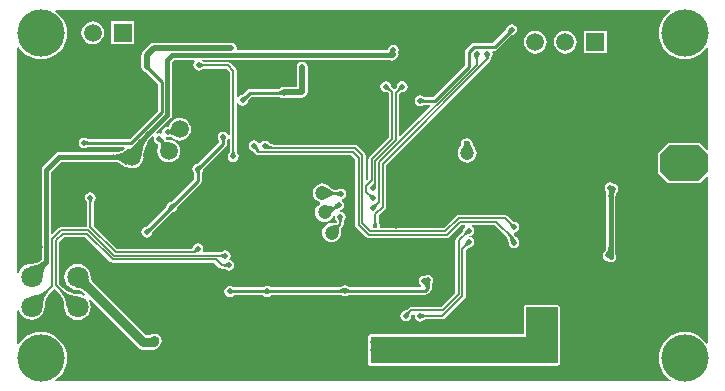
<source format=gbl>
%FSLAX25Y25*%
%MOIN*%
G70*
G01*
G75*
G04 Layer_Physical_Order=2*
G04 Layer_Color=16711680*
%ADD10C,0.02000*%
%ADD11C,0.01500*%
%ADD12C,0.00600*%
%ADD13C,0.01000*%
%ADD14C,0.03000*%
%ADD15C,0.00800*%
%ADD16C,0.02500*%
%ADD17R,0.02362X0.02756*%
%ADD18O,0.05906X0.01575*%
%ADD19R,0.06299X0.10630*%
%ADD20R,0.05512X0.08661*%
%ADD21R,0.05512X0.03543*%
%ADD22R,0.04331X0.05118*%
%ADD23C,0.05906*%
%ADD24R,0.03937X0.12205*%
%ADD25R,0.03937X0.03937*%
%ADD26R,0.05118X0.03150*%
%ADD27R,0.11024X0.08268*%
%ADD28R,0.03543X0.03740*%
%ADD29R,0.03543X0.03740*%
%ADD30O,0.05906X0.00984*%
%ADD31O,0.00984X0.05906*%
%ADD32R,0.03937X0.01378*%
%ADD33O,0.00984X0.02756*%
%ADD34O,0.02756X0.00984*%
%ADD35R,0.10236X0.10630*%
%ADD36R,0.02362X0.03150*%
%ADD37R,0.03150X0.03150*%
%ADD38R,0.03150X0.02362*%
%ADD39R,0.04331X0.03937*%
%ADD40R,0.03150X0.05118*%
%ADD41R,0.08268X0.11024*%
%ADD42R,0.02756X0.02362*%
%ADD43R,0.03500X0.02800*%
%ADD44R,0.02800X0.03500*%
%ADD45R,0.05512X0.06693*%
%ADD46C,0.04724*%
%ADD47R,0.03740X0.03543*%
%ADD48R,0.03740X0.03543*%
%ADD49R,0.07087X0.06299*%
%ADD50R,0.17500X0.26100*%
%ADD51R,0.08900X0.23700*%
%ADD52R,0.37800X0.08900*%
%ADD53R,0.18600X0.12500*%
%ADD54R,0.05300X0.15000*%
%ADD55R,0.08700X0.14600*%
%ADD56R,0.18300X0.06800*%
%ADD57R,0.03100X0.10500*%
%ADD58R,0.27600X0.08000*%
%ADD59R,0.20600X0.13700*%
%ADD60R,0.06700X0.23500*%
%ADD61R,0.10900X0.06800*%
%ADD62R,0.07900X0.07000*%
%ADD63R,0.14900X0.03900*%
%ADD64R,0.05900X0.18900*%
%ADD65R,0.06800X0.03800*%
%ADD66R,0.08500X0.03500*%
%ADD67C,0.07087*%
%ADD68C,0.15748*%
%ADD69R,0.05906X0.05906*%
%ADD70R,0.05906X0.05906*%
%ADD71C,0.01969*%
%ADD72C,0.01575*%
%ADD73C,0.02559*%
%ADD74C,0.02362*%
G04:AMPARAMS|DCode=75|XSize=157.48mil|YSize=118.11mil|CornerRadius=0mil|HoleSize=0mil|Usage=FLASHONLY|Rotation=0.000|XOffset=0mil|YOffset=0mil|HoleType=Round|Shape=Octagon|*
%AMOCTAGOND75*
4,1,8,0.07874,-0.02953,0.07874,0.02953,0.04921,0.05906,-0.04921,0.05906,-0.07874,0.02953,-0.07874,-0.02953,-0.04921,-0.05906,0.04921,-0.05906,0.07874,-0.02953,0.0*
%
%ADD75OCTAGOND75*%

%ADD76O,0.15748X0.11811*%
%ADD77R,0.62400X0.08800*%
%ADD78R,0.10500X0.18500*%
G36*
X198182Y122460D02*
X198158Y122447D01*
X196837Y121363D01*
X195753Y120042D01*
X194948Y118535D01*
X194451Y116900D01*
X194284Y115200D01*
X194451Y113500D01*
X194948Y111864D01*
X195753Y110358D01*
X196837Y109037D01*
X198158Y107953D01*
X199664Y107148D01*
X201300Y106651D01*
X203000Y106484D01*
X204700Y106651D01*
X206335Y107148D01*
X207842Y107953D01*
X209163Y109037D01*
X210247Y110358D01*
X210256Y110373D01*
X210741Y110252D01*
Y76539D01*
X210279Y76348D01*
X208021Y78606D01*
X197379D01*
X194026Y75253D01*
Y68547D01*
X197379Y65194D01*
X208021D01*
X210279Y67452D01*
X210741Y67260D01*
Y11848D01*
X210256Y11727D01*
X210247Y11742D01*
X209163Y13063D01*
X207842Y14147D01*
X206335Y14953D01*
X204700Y15449D01*
X203000Y15616D01*
X201300Y15449D01*
X199664Y14953D01*
X198158Y14147D01*
X196837Y13063D01*
X195753Y11742D01*
X194948Y10236D01*
X194451Y8600D01*
X194284Y6900D01*
X194451Y5200D01*
X194948Y3565D01*
X195753Y2058D01*
X196837Y737D01*
X198158Y-347D01*
X198281Y-413D01*
X198159Y-898D01*
X-6759D01*
X-6881Y-413D01*
X-6758Y-347D01*
X-5437Y737D01*
X-4353Y2058D01*
X-3548Y3565D01*
X-3052Y5200D01*
X-2884Y6900D01*
X-3052Y8600D01*
X-3548Y10236D01*
X-4353Y11742D01*
X-5437Y13063D01*
X-6758Y14147D01*
X-8264Y14953D01*
X-9900Y15449D01*
X-11600Y15616D01*
X-13300Y15449D01*
X-14935Y14953D01*
X-16442Y14147D01*
X-17763Y13063D01*
X-18847Y11742D01*
X-18917Y11612D01*
X-19402Y11733D01*
Y22720D01*
X-18912Y22818D01*
X-18494Y21810D01*
X-17798Y20902D01*
X-16890Y20206D01*
X-15834Y19769D01*
X-14700Y19619D01*
X-13566Y19769D01*
X-12510Y20206D01*
X-11602Y20902D01*
X-10906Y21810D01*
X-10469Y22866D01*
X-10319Y24000D01*
X-10330Y24086D01*
X-10210Y25310D01*
X-9828Y26569D01*
X-9208Y27729D01*
X-8456Y28646D01*
X-8355Y28728D01*
X-8370Y28744D01*
X-8370Y28744D01*
X-7350Y29764D01*
X-6850D01*
X-5730Y28644D01*
X-5745Y28628D01*
X-5745Y28628D01*
X-5644Y28546D01*
X-4892Y27629D01*
X-4272Y26469D01*
X-3890Y25210D01*
X-3769Y23986D01*
X-3781Y23900D01*
X-3632Y22766D01*
X-3194Y21710D01*
X-2498Y20802D01*
X-1590Y20106D01*
X-534Y19669D01*
X600Y19519D01*
X1734Y19669D01*
X2790Y20106D01*
X3698Y20802D01*
X4394Y21710D01*
X4831Y22766D01*
X4981Y23900D01*
X4831Y25034D01*
X4394Y26090D01*
X4790Y26394D01*
X20742Y10442D01*
X20742Y10442D01*
X21250Y10102D01*
X21503Y9933D01*
X22400Y9755D01*
X22400Y9755D01*
X26000D01*
X26897Y9933D01*
X27658Y10442D01*
X28167Y11203D01*
X28192Y11330D01*
X28531Y11838D01*
X28710Y12735D01*
X28531Y13633D01*
X28023Y14393D01*
X27262Y14902D01*
X26365Y15080D01*
X25467Y14902D01*
X24785Y14446D01*
X24783Y14445D01*
X23371D01*
X5746Y32070D01*
D01*
X5746Y32070D01*
X5746Y32070D01*
X5653Y32163D01*
X5320Y32597D01*
X5060Y33226D01*
X4976Y33863D01*
X4981Y33900D01*
X4988D01*
X4966Y34013D01*
X4831Y35034D01*
X4394Y36090D01*
X3698Y36998D01*
X2790Y37694D01*
X1734Y38131D01*
X600Y38281D01*
X-534Y38131D01*
X-1590Y37694D01*
X-2498Y36998D01*
X-3194Y36090D01*
X-3632Y35034D01*
X-3781Y33900D01*
X-3632Y32766D01*
X-3194Y31710D01*
X-2498Y30802D01*
X-1590Y30106D01*
X-534Y29669D01*
X487Y29534D01*
X600Y29512D01*
Y29519D01*
X637Y29524D01*
X1274Y29440D01*
X1903Y29180D01*
X2337Y28847D01*
X2430Y28754D01*
D01*
X2430Y28754D01*
X2430D01*
X2430Y28754D01*
X2430D01*
Y28754D01*
X2430Y28754D01*
Y28754D01*
D01*
D01*
X2430D01*
Y28754D01*
X3094Y28090D01*
X2790Y27694D01*
X1734Y28131D01*
X600Y28281D01*
X514Y28269D01*
X-709Y28390D01*
X-1969Y28772D01*
X-3129Y29392D01*
X-4046Y30144D01*
X-4128Y30245D01*
X-4128Y30245D01*
X-4144Y30230D01*
X-5579Y31665D01*
Y45635D01*
X-3935Y47278D01*
X3235D01*
X11507Y39007D01*
X11507Y39007D01*
X11871Y38764D01*
X11871Y38764D01*
X11871Y38764D01*
D01*
X11871Y38764D01*
X11871Y38764D01*
X12300Y38678D01*
X12300Y38678D01*
X46135D01*
X47807Y37007D01*
X47807Y37007D01*
X48171Y36764D01*
X48171Y36764D01*
X48171Y36764D01*
D01*
X48171Y36764D01*
X48171Y36764D01*
X48600Y36678D01*
X48600Y36678D01*
X49448D01*
Y36676D01*
X49465Y36678D01*
X49479D01*
X49789Y36550D01*
X49814Y36514D01*
X50404Y36119D01*
X51100Y35981D01*
X51796Y36119D01*
X52386Y36514D01*
X52781Y37104D01*
X52919Y37800D01*
X52781Y38496D01*
X52386Y39086D01*
X51796Y39481D01*
X51100Y39619D01*
X51186Y39714D01*
X51186Y39714D01*
X51581Y40304D01*
X51719Y41000D01*
X51581Y41696D01*
X51186Y42286D01*
X50596Y42681D01*
X49900Y42819D01*
X49204Y42681D01*
X48614Y42286D01*
X48589Y42250D01*
X48279Y42122D01*
X48265D01*
X48248Y42124D01*
Y42122D01*
X42589D01*
X42353Y42562D01*
X42381Y42604D01*
X42519Y43300D01*
X42381Y43996D01*
X41986Y44586D01*
X41396Y44981D01*
X40700Y45119D01*
X40004Y44981D01*
X39414Y44586D01*
X39019Y43996D01*
X38885Y43322D01*
X13759D01*
X6022Y51059D01*
Y58748D01*
X6024D01*
X6022Y58765D01*
Y58779D01*
X6150Y59089D01*
X6186Y59114D01*
X6581Y59704D01*
X6719Y60400D01*
X6581Y61096D01*
X6186Y61686D01*
X5596Y62081D01*
X4900Y62219D01*
X4204Y62081D01*
X3614Y61686D01*
X3219Y61096D01*
X3081Y60400D01*
X3219Y59704D01*
X3614Y59114D01*
X3650Y59089D01*
X3779Y58779D01*
Y58765D01*
X3776Y58748D01*
X3779D01*
Y50722D01*
X-4897D01*
X-5326Y50636D01*
X-5690Y50393D01*
X-5690Y50393D01*
X-7758Y48325D01*
X-8220Y48517D01*
Y69045D01*
X-4859Y72406D01*
X12642D01*
X13648Y72274D01*
X14714Y71832D01*
X15575Y71172D01*
X15614Y71114D01*
X16204Y70719D01*
X16900Y70581D01*
X17128Y70626D01*
X17842Y70331D01*
X18822Y70201D01*
X19802Y70331D01*
X20715Y70709D01*
X21498Y71310D01*
X22100Y72094D01*
X22478Y73007D01*
X22607Y73987D01*
X22591Y74107D01*
X22760Y75821D01*
X23295Y77584D01*
X24164Y79210D01*
X25167Y80432D01*
X25707Y80972D01*
X26119Y80696D01*
X25981Y80000D01*
X26119Y79304D01*
X26514Y78714D01*
X27104Y78319D01*
X27295Y78281D01*
D01*
D01*
D01*
D01*
X27326Y78230D01*
Y78230D01*
Y78230D01*
Y78230D01*
X27326Y78230D01*
X27424Y78154D01*
D01*
X27424Y78154D01*
D01*
X27455Y78140D01*
X27543Y77698D01*
X27417Y77065D01*
X27417Y77065D01*
X27417Y77065D01*
X27431Y77035D01*
X27357Y76858D01*
X27228Y75878D01*
X27357Y74898D01*
X27735Y73985D01*
X28337Y73202D01*
X29121Y72600D01*
X30034Y72222D01*
X31013Y72093D01*
X31993Y72222D01*
X32906Y72600D01*
X33690Y73202D01*
X34291Y73985D01*
X34670Y74898D01*
X34798Y75878D01*
X34670Y76858D01*
X34291Y77771D01*
X33690Y78554D01*
X32906Y79156D01*
X31993Y79534D01*
X31013Y79663D01*
X30991Y79660D01*
X30303Y79751D01*
X30147Y79815D01*
X30123Y79851D01*
X29860Y80028D01*
X29883Y80067D01*
X29871Y80076D01*
X29974Y80325D01*
X30239Y80502D01*
X30600Y80430D01*
X31296Y80569D01*
X31457Y80677D01*
X31516Y80663D01*
X31516Y80663D01*
X31516Y80663D01*
X31638Y80713D01*
X31667Y80701D01*
X31906Y80541D01*
X31937Y80502D01*
X32721Y79900D01*
X33634Y79522D01*
X34613Y79393D01*
X35593Y79522D01*
X36506Y79900D01*
X37290Y80502D01*
X37891Y81285D01*
X38269Y82198D01*
X38399Y83178D01*
X38269Y84158D01*
X37891Y85071D01*
X37290Y85854D01*
X36506Y86456D01*
X35593Y86834D01*
X34613Y86963D01*
X33634Y86834D01*
X32721Y86456D01*
X31937Y85854D01*
X31335Y85071D01*
X30957Y84158D01*
X30783Y84032D01*
X30600Y84069D01*
X29904Y83930D01*
X29314Y83536D01*
X28919Y82946D01*
X28781Y82250D01*
X28803Y82139D01*
X28562Y81779D01*
X28469Y81686D01*
X27800Y81819D01*
X27104Y81681D01*
X26828Y82093D01*
X31618Y86883D01*
X31960Y87395D01*
X32080Y88000D01*
Y105595D01*
X32755Y106270D01*
X39576D01*
X39721Y105791D01*
X39714Y105786D01*
X39319Y105196D01*
X39181Y104500D01*
X39319Y103804D01*
X39714Y103214D01*
X40304Y102819D01*
X41000Y102681D01*
X41696Y102819D01*
X42286Y103214D01*
X42311Y103250D01*
X42621Y103378D01*
X42635D01*
X42652Y103376D01*
Y103378D01*
X50235D01*
X51378Y102235D01*
Y81345D01*
X50881Y81296D01*
X50486Y81886D01*
X49896Y82281D01*
X49200Y82419D01*
X48504Y82281D01*
X47914Y81886D01*
X47519Y81296D01*
X47381Y80600D01*
X47519Y79904D01*
X47835Y79431D01*
X47835Y79431D01*
X47835D01*
X47875Y79336D01*
Y78949D01*
X40657Y71731D01*
X40562Y71692D01*
X40562Y71692D01*
X40562Y71692D01*
X40004Y71581D01*
X39414Y71186D01*
X39019Y70596D01*
X38881Y69900D01*
X39019Y69204D01*
X39335Y68731D01*
X39335Y68731D01*
X39335D01*
X39375Y68636D01*
Y66449D01*
X31981Y59056D01*
X31900Y59022D01*
X31900Y59022D01*
X31898Y59016D01*
X31290Y58895D01*
X30699Y58501D01*
X30305Y57910D01*
X30184Y57302D01*
X30178Y57300D01*
X30178Y57300D01*
X30144Y57219D01*
X23657Y50731D01*
X23562Y50692D01*
X23562Y50692D01*
X23562Y50692D01*
X23004Y50581D01*
X22414Y50186D01*
X22019Y49596D01*
X21881Y48900D01*
X22019Y48204D01*
X22414Y47614D01*
X23004Y47219D01*
X23700Y47081D01*
X24396Y47219D01*
X24986Y47614D01*
X25381Y48204D01*
X25492Y48761D01*
X25492Y48761D01*
X25492Y48761D01*
X25531Y48857D01*
X32068Y55393D01*
X32080Y55398D01*
X32093Y55385D01*
X32111Y55411D01*
X32151Y55428D01*
X32682Y55533D01*
X33272Y55928D01*
X33667Y56518D01*
X33772Y57049D01*
X33789Y57089D01*
X33815Y57107D01*
X33802Y57120D01*
X33806Y57132D01*
X41637Y64963D01*
X41925Y65393D01*
X42026Y65900D01*
Y68636D01*
X42065Y68731D01*
X42065Y68731D01*
X42065Y68731D01*
X42065Y68731D01*
X42381Y69204D01*
X42492Y69762D01*
X42492Y69762D01*
X42492Y69762D01*
X42531Y69857D01*
X50137Y77463D01*
X50425Y77893D01*
X50525Y78400D01*
Y79336D01*
X50565Y79431D01*
X50565Y79431D01*
X50565Y79431D01*
X50565Y79431D01*
X50881Y79904D01*
X51378Y79855D01*
Y75752D01*
X51376D01*
X51378Y75735D01*
Y75721D01*
X51250Y75411D01*
X51214Y75386D01*
X50819Y74796D01*
X50681Y74100D01*
X50819Y73404D01*
X51214Y72814D01*
X51804Y72419D01*
X52500Y72281D01*
X53196Y72419D01*
X53786Y72814D01*
X54181Y73404D01*
X54319Y74100D01*
X54181Y74796D01*
X53786Y75386D01*
X53750Y75411D01*
X53622Y75721D01*
Y75735D01*
X53624Y75752D01*
X53622D01*
Y91788D01*
X54100Y91933D01*
X54314Y91614D01*
X54904Y91219D01*
X55600Y91081D01*
X56296Y91219D01*
X56886Y91614D01*
X57281Y92204D01*
X57392Y92761D01*
X57392Y92761D01*
X57392Y92761D01*
X57431Y92857D01*
X58649Y94074D01*
X68036D01*
X68057Y94066D01*
X68598Y93704D01*
X69300Y93565D01*
X69803Y93665D01*
X75500D01*
X76202Y93804D01*
X76798Y94202D01*
X77196Y94798D01*
X77335Y95500D01*
Y103900D01*
X77196Y104602D01*
X76798Y105198D01*
X76202Y105596D01*
X75500Y105735D01*
X74798Y105596D01*
X74202Y105198D01*
X73804Y104602D01*
X73665Y103900D01*
Y97335D01*
X69400D01*
X68814Y97219D01*
X68698Y97196D01*
X68102Y96798D01*
X68030Y96725D01*
X58100D01*
X57593Y96625D01*
X57163Y96337D01*
X55557Y94731D01*
X55462Y94692D01*
X55462Y94692D01*
X55462Y94692D01*
X54904Y94581D01*
X54314Y94186D01*
X54100Y93867D01*
X53622Y94012D01*
Y102700D01*
X53536Y103129D01*
X53293Y103493D01*
X53293Y103493D01*
X51493Y105293D01*
X51129Y105536D01*
X50700Y105622D01*
X50700Y105622D01*
X42652D01*
Y105624D01*
X42635Y105622D01*
X42621D01*
X42311Y105750D01*
X42286Y105786D01*
X41780Y106124D01*
X41780Y106124D01*
X41780D01*
X41696Y106181D01*
Y106181D01*
X41705Y106270D01*
X104148D01*
Y106269D01*
X104157Y106270D01*
X104504D01*
X104654Y106169D01*
X105350Y106031D01*
X106046Y106169D01*
X106636Y106564D01*
X106817Y106833D01*
X107086Y107014D01*
X107481Y107604D01*
X107619Y108300D01*
X107533Y108733D01*
X107581Y108804D01*
X107719Y109500D01*
X107581Y110196D01*
X107186Y110786D01*
X106596Y111181D01*
X105900Y111319D01*
X105204Y111181D01*
X104614Y110786D01*
X104219Y110196D01*
X104081Y109500D01*
X104024Y109430D01*
X53976D01*
X53659Y109817D01*
X53735Y110200D01*
X53596Y110902D01*
X53198Y111498D01*
X52602Y111896D01*
X51900Y112035D01*
X26100D01*
X25514Y111919D01*
X25398Y111896D01*
X24802Y111498D01*
X22402Y109098D01*
X22004Y108502D01*
X21981Y108386D01*
X21865Y107800D01*
Y103900D01*
X22004Y103198D01*
X22402Y102602D01*
X22998Y102204D01*
X23636Y102078D01*
X23657Y102069D01*
X27325Y98401D01*
Y89315D01*
X17935Y79926D01*
X4064D01*
X3969Y79965D01*
X3969Y79965D01*
X3969Y79965D01*
X3496Y80281D01*
X2800Y80419D01*
X2104Y80281D01*
X1514Y79886D01*
X1119Y79296D01*
X981Y78600D01*
X1119Y77904D01*
X1514Y77314D01*
X2104Y76919D01*
X2800Y76781D01*
X3496Y76919D01*
X3969Y77235D01*
X3969Y77235D01*
Y77235D01*
X4064Y77275D01*
X16165D01*
X16325Y76801D01*
X16146Y76663D01*
X16112Y76619D01*
X15379Y76057D01*
X15318Y76032D01*
X14895Y75976D01*
Y75976D01*
X14882Y75954D01*
X14689Y75916D01*
X14307Y75660D01*
X13599Y75567D01*
X13533D01*
X13504Y75570D01*
Y75567D01*
X12566D01*
X12504Y75573D01*
Y75567D01*
X-5513D01*
X-6118Y75447D01*
X-6631Y75104D01*
X-10917Y70818D01*
X-11260Y70305D01*
X-11380Y69700D01*
Y39601D01*
X-12106Y39044D01*
X-13357Y38526D01*
X-14579Y38365D01*
X-14700Y38381D01*
X-15834Y38232D01*
X-16890Y37794D01*
X-17798Y37098D01*
X-18494Y36190D01*
X-18912Y35182D01*
X-19402Y35280D01*
Y110367D01*
X-18917Y110488D01*
X-18847Y110358D01*
X-17763Y109037D01*
X-16442Y107953D01*
X-14935Y107148D01*
X-13300Y106651D01*
X-11600Y106484D01*
X-9900Y106651D01*
X-8264Y107148D01*
X-6758Y107953D01*
X-5437Y109037D01*
X-4353Y110358D01*
X-3548Y111864D01*
X-3052Y113500D01*
X-2884Y115200D01*
X-3052Y116900D01*
X-3548Y118535D01*
X-4353Y120042D01*
X-5437Y121363D01*
X-6758Y122447D01*
X-6782Y122460D01*
X-6661Y122945D01*
X198061D01*
X198182Y122460D01*
D02*
G37*
%LPC*%
G36*
X178200Y65519D02*
X177504Y65381D01*
X176914Y64986D01*
X176519Y64396D01*
X176381Y63700D01*
X176519Y63004D01*
X176720Y62704D01*
Y61009D01*
X176711Y60944D01*
X176720D01*
Y43529D01*
X176602Y42935D01*
X176252Y42412D01*
X176214Y42386D01*
X175819Y41796D01*
X175681Y41100D01*
X175819Y40404D01*
X176214Y39814D01*
X176804Y39419D01*
X176993Y39382D01*
X177014Y39351D01*
X177604Y38956D01*
X178300Y38818D01*
X178996Y38956D01*
X179586Y39351D01*
X179981Y39941D01*
X180119Y40637D01*
X179981Y41333D01*
X179880Y41483D01*
Y43510D01*
X179892Y43597D01*
X179880D01*
Y60979D01*
X179940Y61280D01*
X179985Y61347D01*
X180004Y61337D01*
X180194Y61796D01*
X180262Y61897D01*
X180286Y61914D01*
X180681Y62504D01*
X180819Y63200D01*
X180681Y63896D01*
X180286Y64486D01*
X179696Y64881D01*
X179536Y64913D01*
X179486Y64986D01*
X178896Y65381D01*
X178200Y65519D01*
D02*
G37*
G36*
X130300Y80220D02*
X129527Y80066D01*
X128872Y79628D01*
X128434Y78973D01*
X128280Y78200D01*
X128400Y77595D01*
X128361Y77570D01*
X128328Y77519D01*
X128245Y77455D01*
X127738Y76795D01*
X127419Y76025D01*
X127311Y75200D01*
X127419Y74375D01*
X127738Y73605D01*
X128245Y72945D01*
X128905Y72438D01*
X129674Y72119D01*
X130500Y72010D01*
X131325Y72119D01*
X132095Y72438D01*
X132755Y72945D01*
X133262Y73605D01*
X133581Y74375D01*
X133689Y75200D01*
X133581Y76025D01*
X133262Y76795D01*
X132755Y77455D01*
X132672Y77519D01*
X132639Y77570D01*
X132481Y77675D01*
X132474Y77717D01*
Y77717D01*
X132431Y77735D01*
X132335Y77967D01*
Y78000D01*
X132308Y78139D01*
X132320Y78200D01*
X132166Y78973D01*
X131728Y79628D01*
X131073Y80066D01*
X130300Y80220D01*
D02*
G37*
G36*
X160600Y24516D02*
X150100D01*
X149788Y24454D01*
X149523Y24277D01*
X149346Y24012D01*
X149284Y23700D01*
Y14816D01*
X98200D01*
X97888Y14754D01*
X97623Y14577D01*
X97446Y14312D01*
X97384Y14000D01*
Y12726D01*
X97280Y12200D01*
X97384Y11674D01*
Y9523D01*
X97380Y9500D01*
X97384Y9477D01*
Y5200D01*
X97446Y4888D01*
X97623Y4623D01*
X97888Y4446D01*
X98200Y4384D01*
X160600D01*
X160912Y4446D01*
X161177Y4623D01*
X161354Y4888D01*
X161416Y5200D01*
Y14000D01*
Y23700D01*
X161354Y24012D01*
X161177Y24277D01*
X160912Y24454D01*
X160600Y24516D01*
D02*
G37*
G36*
X117300Y34619D02*
X116604Y34481D01*
X116451Y34379D01*
X116443Y34381D01*
X116418Y34376D01*
X116200Y34419D01*
X115504Y34281D01*
X114914Y33886D01*
X114519Y33296D01*
X114381Y32600D01*
X114519Y31904D01*
X114914Y31314D01*
X115078Y31204D01*
X114933Y30725D01*
X90864D01*
X90769Y30765D01*
X90769Y30765D01*
X90769Y30765D01*
X90296Y31081D01*
X89600Y31219D01*
X88904Y31081D01*
X88314Y30686D01*
X88311Y30683D01*
X88036Y30499D01*
X87707Y30433D01*
Y30426D01*
X65064D01*
X64969Y30465D01*
X64969Y30465D01*
X64969Y30465D01*
X64496Y30781D01*
X63800Y30919D01*
X63104Y30781D01*
X62631Y30465D01*
X62631Y30465D01*
Y30465D01*
X62536Y30426D01*
X52664D01*
X52569Y30465D01*
X52569Y30465D01*
X52569Y30465D01*
X52096Y30781D01*
X51400Y30919D01*
X50704Y30781D01*
X50114Y30386D01*
X49719Y29796D01*
X49581Y29100D01*
X49719Y28404D01*
X50114Y27814D01*
X50704Y27419D01*
X51400Y27281D01*
X52096Y27419D01*
X52569Y27735D01*
X52569Y27735D01*
Y27735D01*
X52664Y27775D01*
X62536D01*
X62631Y27735D01*
X62631Y27735D01*
X62631Y27735D01*
X63104Y27419D01*
X63800Y27281D01*
X64496Y27419D01*
X64969Y27735D01*
X64969Y27735D01*
Y27735D01*
X65064Y27775D01*
X87707D01*
Y27770D01*
X87742Y27775D01*
X88821D01*
X88904Y27719D01*
X89600Y27581D01*
X90296Y27719D01*
X90769Y28035D01*
X90769Y28035D01*
Y28035D01*
X90864Y28074D01*
X116500D01*
X117007Y28175D01*
X117437Y28463D01*
X117686Y28711D01*
X117807Y28736D01*
X118237Y29023D01*
X118525Y29453D01*
X118625Y29960D01*
X118633D01*
X118611Y30127D01*
X118625Y30200D01*
Y31092D01*
X118654Y31134D01*
X118754Y31641D01*
X118735Y31737D01*
X118981Y32104D01*
X119119Y32800D01*
X118981Y33496D01*
X118586Y34086D01*
X117996Y34481D01*
X117300Y34619D01*
D02*
G37*
G36*
X82200Y65089D02*
X81375Y64981D01*
X80605Y64662D01*
X79945Y64155D01*
X79438Y63495D01*
X79119Y62726D01*
X79010Y61900D01*
X79119Y61075D01*
X79438Y60305D01*
X79945Y59645D01*
X80605Y59138D01*
X81375Y58819D01*
X81461Y58808D01*
X81526Y58312D01*
X81405Y58262D01*
X80745Y57755D01*
X80238Y57095D01*
X79919Y56326D01*
X79811Y55500D01*
X79919Y54675D01*
X80238Y53905D01*
X80745Y53245D01*
X81405Y52738D01*
X82174Y52419D01*
X83000Y52311D01*
X83825Y52419D01*
X84595Y52738D01*
X85255Y53245D01*
X85762Y53905D01*
X85978Y54427D01*
X86457Y54282D01*
X86381Y53900D01*
X86519Y53204D01*
X86914Y52614D01*
X86950Y52589D01*
X87078Y52279D01*
Y52265D01*
X87076Y52248D01*
X87078D01*
Y52163D01*
X86786Y51968D01*
X86045Y51820D01*
X85768Y51876D01*
X85768Y51876D01*
X85716Y51839D01*
X85601Y51862D01*
X85565Y51855D01*
X85300Y51889D01*
X84474Y51781D01*
X83705Y51462D01*
X83045Y50955D01*
X82538Y50295D01*
X82219Y49525D01*
X82111Y48700D01*
X82219Y47875D01*
X82538Y47105D01*
X83045Y46445D01*
X83705Y45938D01*
X84474Y45619D01*
X85300Y45511D01*
X86125Y45619D01*
X86895Y45938D01*
X87555Y46445D01*
X88062Y47105D01*
X88381Y47875D01*
X88490Y48700D01*
X88455Y48965D01*
X88462Y49001D01*
X88439Y49116D01*
X88476Y49168D01*
X88476Y49168D01*
X88420Y49446D01*
X88568Y50186D01*
X88947Y50754D01*
X89003Y50797D01*
X88993Y50807D01*
X88993Y50807D01*
X88993Y50807D01*
X89236Y51171D01*
X89322Y51600D01*
X89322Y51600D01*
Y52248D01*
X89324D01*
X89322Y52265D01*
Y52279D01*
X89450Y52589D01*
X89486Y52614D01*
X89881Y53204D01*
X90019Y53900D01*
X89881Y54596D01*
X89486Y55186D01*
X88896Y55581D01*
X88248Y55710D01*
Y56210D01*
X88296Y56219D01*
X88886Y56614D01*
X89281Y57204D01*
X89419Y57900D01*
X89281Y58596D01*
X88886Y59186D01*
X88633Y59356D01*
X88730Y59846D01*
X89096Y59919D01*
X89686Y60314D01*
X90081Y60904D01*
X90219Y61600D01*
X90081Y62296D01*
X89686Y62886D01*
X89096Y63281D01*
X88400Y63419D01*
X87704Y63281D01*
X87402Y63079D01*
X87374Y63120D01*
X87234Y63027D01*
X86912Y62963D01*
X86755Y62994D01*
X86755Y62994D01*
X86696Y62955D01*
X86536Y62987D01*
X86421Y62964D01*
X85456Y63364D01*
X84500Y64097D01*
X84455Y64155D01*
X83795Y64662D01*
X83025Y64981D01*
X82200Y65089D01*
D02*
G37*
G36*
X5626Y119132D02*
X4646Y119003D01*
X3733Y118625D01*
X2950Y118024D01*
X2348Y117240D01*
X1970Y116327D01*
X1841Y115347D01*
X1970Y114368D01*
X2348Y113455D01*
X2950Y112671D01*
X3733Y112069D01*
X4646Y111691D01*
X5626Y111562D01*
X6606Y111691D01*
X7519Y112069D01*
X8303Y112671D01*
X8904Y113455D01*
X9282Y114368D01*
X9411Y115347D01*
X9282Y116327D01*
X8904Y117240D01*
X8303Y118024D01*
X7519Y118625D01*
X6606Y119003D01*
X5626Y119132D01*
D02*
G37*
G36*
X19379Y119100D02*
X11873D01*
Y111594D01*
X19379D01*
Y119100D01*
D02*
G37*
G36*
X145300Y118219D02*
X144604Y118081D01*
X144014Y117686D01*
X143619Y117096D01*
X143508Y116539D01*
X143508Y116539D01*
X143508Y116539D01*
X143469Y116443D01*
X139051Y112025D01*
X132800D01*
X132293Y111925D01*
X131863Y111637D01*
X130063Y109837D01*
X129775Y109407D01*
X129674Y108900D01*
Y104626D01*
X119074Y94025D01*
X116064D01*
X115969Y94065D01*
X115969Y94065D01*
X115969Y94065D01*
X115496Y94381D01*
X114800Y94519D01*
X114104Y94381D01*
X113514Y93986D01*
X113119Y93396D01*
X112981Y92700D01*
X113119Y92004D01*
X113514Y91414D01*
X114104Y91019D01*
X114800Y90881D01*
X115496Y91019D01*
X115969Y91335D01*
X115969Y91335D01*
Y91335D01*
X116064Y91374D01*
X118038D01*
X118229Y90913D01*
X108233Y80917D01*
X107772Y81108D01*
Y94785D01*
X108446Y95460D01*
X108446Y95460D01*
X108448Y95459D01*
X108458Y95472D01*
X108468Y95482D01*
X108778Y95611D01*
X108821Y95602D01*
X109517Y95740D01*
X110108Y96135D01*
X110502Y96725D01*
X110641Y97421D01*
X110502Y98117D01*
X110108Y98708D01*
X109517Y99102D01*
X108821Y99240D01*
X108125Y99102D01*
X107535Y98708D01*
X107141Y98117D01*
X107002Y97421D01*
X107011Y97378D01*
X106882Y97068D01*
X106872Y97058D01*
X106859Y97048D01*
X106860Y97046D01*
X106860Y97046D01*
X106500Y96686D01*
X106000D01*
X105873Y96813D01*
X105873Y96813D01*
X105879Y96819D01*
X105828Y96858D01*
X105229Y97457D01*
X105188Y97555D01*
X105081Y98096D01*
X104686Y98686D01*
X104096Y99081D01*
X103400Y99219D01*
X102704Y99081D01*
X102114Y98686D01*
X101719Y98096D01*
X101581Y97400D01*
X101719Y96704D01*
X102114Y96114D01*
X102704Y95719D01*
X103400Y95581D01*
X103423Y95585D01*
X103878Y95495D01*
X104284Y95224D01*
X104287Y95227D01*
X104287Y95227D01*
X104328Y95185D01*
Y80415D01*
X97907Y73993D01*
X97664Y73629D01*
X97578Y73200D01*
X97578Y73200D01*
Y66665D01*
X97083Y66170D01*
X96622Y66361D01*
Y74600D01*
X96622Y74600D01*
X96536Y75029D01*
X96293Y75393D01*
X96293Y75393D01*
X93993Y77693D01*
X93629Y77936D01*
X93200Y78022D01*
X93200Y78022D01*
X66342D01*
Y78025D01*
X65587Y78124D01*
X64884Y78416D01*
X64303Y78861D01*
X64286Y78886D01*
X63696Y79281D01*
X63000Y79419D01*
X62304Y79281D01*
X61714Y78886D01*
X61533Y78617D01*
X61033D01*
X60786Y78986D01*
X60196Y79381D01*
X59500Y79519D01*
X58804Y79381D01*
X58214Y78986D01*
X57819Y78396D01*
X57681Y77700D01*
X57819Y77004D01*
X58214Y76414D01*
X58804Y76019D01*
X59042Y75972D01*
X59092Y75922D01*
X59168Y75808D01*
X59187Y75827D01*
X59187Y75827D01*
X60057Y74957D01*
X60100Y74901D01*
Y74901D01*
X60100Y74900D01*
X60107Y74907D01*
X60471Y74664D01*
X60900Y74578D01*
X60900Y74578D01*
X91835D01*
X93178Y73235D01*
Y51303D01*
X93178Y51303D01*
X93264Y50874D01*
X93507Y50510D01*
X96910Y47107D01*
X96910Y47107D01*
X97274Y46864D01*
X97274Y46864D01*
X97274Y46864D01*
D01*
X97274Y46864D01*
X97274Y46864D01*
X97703Y46778D01*
X97703Y46778D01*
X123697D01*
X123697Y46778D01*
X124126Y46864D01*
X124490Y47107D01*
X128662Y51278D01*
X129738D01*
X129884Y50800D01*
X129714Y50686D01*
X129319Y50096D01*
X129181Y49400D01*
X129189Y49357D01*
X129061Y49047D01*
X129051Y49037D01*
X129037Y49027D01*
X129037Y49027D01*
X129039Y49025D01*
X126907Y46893D01*
X126664Y46529D01*
X126578Y46100D01*
X126578Y46100D01*
Y28562D01*
X121938Y23922D01*
X111800D01*
X111800Y23922D01*
X111371Y23836D01*
X111007Y23593D01*
X110354Y22940D01*
X110352Y22941D01*
X110342Y22928D01*
X110332Y22918D01*
X110022Y22789D01*
X109979Y22798D01*
X109283Y22659D01*
X108692Y22265D01*
X108298Y21675D01*
X108159Y20979D01*
X108298Y20283D01*
X108692Y19692D01*
X109283Y19298D01*
X109979Y19160D01*
X110675Y19298D01*
X111265Y19692D01*
X111660Y20283D01*
X111798Y20979D01*
X111789Y21022D01*
X111918Y21332D01*
X111928Y21342D01*
X111941Y21352D01*
X111940Y21354D01*
X112265Y21678D01*
X112842D01*
X113159Y21292D01*
X113081Y20900D01*
X113219Y20204D01*
X113614Y19614D01*
X114204Y19219D01*
X114900Y19081D01*
X115596Y19219D01*
X116186Y19614D01*
X116211Y19650D01*
X116521Y19779D01*
X116535D01*
X116552Y19776D01*
Y19779D01*
X122200D01*
X122200Y19778D01*
X122629Y19864D01*
X122993Y20107D01*
X129693Y26807D01*
X129693Y26807D01*
X129936Y27171D01*
X129936Y27171D01*
X129936Y27171D01*
X130022Y27600D01*
X130022Y27600D01*
Y42935D01*
X130625Y43539D01*
X130625Y43539D01*
X130626Y43537D01*
X130637Y43551D01*
X130647Y43561D01*
X130957Y43689D01*
X131000Y43681D01*
X131696Y43819D01*
X132286Y44214D01*
X132681Y44804D01*
X132819Y45500D01*
X132681Y46196D01*
X132286Y46786D01*
X131696Y47181D01*
X131000Y47319D01*
X130972Y47460D01*
X130974Y47450D01*
X131000Y47581D01*
X131696Y47719D01*
X132286Y48114D01*
X132681Y48704D01*
X132819Y49400D01*
X132681Y50096D01*
X132286Y50686D01*
X132116Y50800D01*
X132262Y51278D01*
X139635D01*
X143361Y47553D01*
X143361Y47553D01*
X143360Y47552D01*
X143866Y46892D01*
X144185Y46124D01*
X144288Y45337D01*
X144281Y45300D01*
X144419Y44604D01*
X144814Y44014D01*
X145404Y43619D01*
X146100Y43481D01*
X146796Y43619D01*
X147386Y44014D01*
X147781Y44604D01*
X147919Y45300D01*
X147781Y45996D01*
X147386Y46586D01*
X147348Y46612D01*
X147015Y47110D01*
X146996Y47090D01*
X146874Y47172D01*
X146793Y47293D01*
X146039Y48047D01*
X145980Y48124D01*
X145971Y48115D01*
X145842Y48244D01*
X146078Y48685D01*
X146100Y48681D01*
X146796Y48819D01*
X147386Y49214D01*
X147781Y49804D01*
X147919Y50500D01*
X147781Y51196D01*
X147386Y51786D01*
X146796Y52181D01*
X146100Y52319D01*
X146057Y52311D01*
X145747Y52439D01*
X145737Y52449D01*
X145727Y52463D01*
X145727Y52463D01*
X145725Y52461D01*
X143793Y54393D01*
X143429Y54636D01*
X143000Y54722D01*
X143000Y54722D01*
X127700D01*
X127700Y54722D01*
X127271Y54636D01*
X126907Y54393D01*
X126907Y54393D01*
X122735Y50222D01*
X101797D01*
X101480Y50608D01*
X101518Y50800D01*
X101395Y51419D01*
X101044Y51944D01*
X101056Y51956D01*
X101052Y51967D01*
X101048Y51977D01*
X101048Y51977D01*
X101022Y52003D01*
Y54435D01*
X103093Y56507D01*
X103093Y56507D01*
X103336Y56871D01*
X103422Y57300D01*
Y71235D01*
X137993Y105807D01*
X137993Y105807D01*
X138236Y106171D01*
X138322Y106600D01*
Y106600D01*
X138323D01*
X138322Y106607D01*
X138434Y106879D01*
X138486Y106914D01*
X138881Y107504D01*
X139019Y108200D01*
X138881Y108896D01*
X138856Y108934D01*
X139092Y109374D01*
X139600D01*
X140107Y109475D01*
X140537Y109763D01*
X145343Y114569D01*
X145439Y114608D01*
X145439Y114608D01*
X145439Y114608D01*
X145996Y114719D01*
X146586Y115114D01*
X146981Y115704D01*
X147119Y116400D01*
X146981Y117096D01*
X146586Y117686D01*
X145996Y118081D01*
X145300Y118219D01*
D02*
G37*
G36*
X153228Y115990D02*
X152249Y115861D01*
X151336Y115483D01*
X150552Y114881D01*
X149950Y114097D01*
X149572Y113184D01*
X149443Y112205D01*
X149572Y111225D01*
X149950Y110312D01*
X150552Y109528D01*
X151336Y108927D01*
X152249Y108549D01*
X153228Y108420D01*
X154208Y108549D01*
X155121Y108927D01*
X155905Y109528D01*
X156506Y110312D01*
X156885Y111225D01*
X157013Y112205D01*
X156885Y113184D01*
X156506Y114097D01*
X155905Y114881D01*
X155121Y115483D01*
X154208Y115861D01*
X153228Y115990D01*
D02*
G37*
G36*
X163228D02*
X162249Y115861D01*
X161336Y115483D01*
X160552Y114881D01*
X159950Y114097D01*
X159572Y113184D01*
X159443Y112205D01*
X159572Y111225D01*
X159950Y110312D01*
X160552Y109528D01*
X161336Y108927D01*
X162249Y108549D01*
X163228Y108420D01*
X164208Y108549D01*
X165121Y108927D01*
X165905Y109528D01*
X166506Y110312D01*
X166885Y111225D01*
X167014Y112205D01*
X166885Y113184D01*
X166506Y114097D01*
X165905Y114881D01*
X165121Y115483D01*
X164208Y115861D01*
X163228Y115990D01*
D02*
G37*
G36*
X176981Y115957D02*
X169476D01*
Y108452D01*
X176981D01*
Y115957D01*
D02*
G37*
%LPD*%
D10*
X130500Y78000D02*
G03*
X131341Y76272I2196J0D01*
G01*
X129659D02*
G03*
X130500Y78000I-1356J1728D01*
G01*
X23700Y103900D02*
Y107800D01*
X26100Y110200D01*
X51900D01*
X69300Y95400D02*
X69400Y95500D01*
X75500D01*
Y103900D01*
X130300Y78200D02*
X130500Y78000D01*
Y75200D02*
Y78000D01*
D11*
X-9932Y38769D02*
G03*
X-11907Y34000I4769J-4769D01*
G01*
X-14700Y36793D02*
G03*
X-9932Y38769I0J6744D01*
G01*
X24234Y81734D02*
G03*
X21025Y73987I7747J-7747D01*
G01*
X21673Y79173D02*
G03*
X19525Y73987I5187J-5187D01*
G01*
X13504D02*
G03*
X17265Y75544I0J5318D01*
G01*
Y72429D02*
G03*
X13504Y73987I-3760J-3760D01*
G01*
X17109Y73694D02*
G03*
X17405Y72316I1000J-506D01*
G01*
X14665Y73644D02*
G03*
X16765Y73991I691J2345D01*
G01*
X16679Y73722D02*
G03*
X15294Y74456I-1092J-386D01*
G01*
X17525Y75742D02*
G03*
X17108Y73907I884J-1165D01*
G01*
X17916Y73987D02*
G03*
X17066Y73634I0J-1203D01*
G01*
X16734D02*
G03*
X15884Y73987I-850J-850D01*
G01*
X16674Y72339D02*
G03*
X16080Y73113I-1230J-330D01*
G01*
X18822Y73987D02*
G03*
X17134Y72387I0J-1691D01*
G01*
X16734Y72234D02*
G03*
X12504Y73987I-4230J-4230D01*
G01*
X17795Y73295D02*
G03*
X16125Y73987I-1670J-1670D01*
G01*
X105350Y107850D02*
G03*
X105681Y109416I-1037J1037D01*
G01*
X104148Y107850D02*
G03*
X105634Y108466I0J2102D01*
G01*
X177334Y41266D02*
G03*
X178300Y43597I-2331J2331D01*
G01*
X179166Y63034D02*
G03*
X178300Y60944I2090J-2090D01*
G01*
X179166Y63034D02*
G03*
X178300Y60944I2090J-2090D01*
G01*
X178640Y62124D02*
G03*
X178774Y63139I-1159J669D01*
G01*
X18822Y76322D02*
X30500Y88000D01*
X105350Y107850D02*
X105800Y108300D01*
X32100Y107850D02*
X105350D01*
X30500Y106250D02*
X32100Y107850D01*
X30500Y88000D02*
Y106250D01*
X18822Y73987D02*
Y76322D01*
X178300Y40637D02*
Y63600D01*
X178200Y63700D02*
X178300Y63600D01*
X-14700Y34000D02*
X-9800Y38900D01*
Y69700D02*
X-5513Y73987D01*
X-9800Y38900D02*
Y69700D01*
X-5513Y73987D02*
X18822D01*
D12*
X-4937Y29437D02*
G03*
X600Y27143I5537J5537D01*
G01*
X-3912Y28412D02*
G03*
X600Y26543I4512J4512D01*
G01*
X-2888Y27388D02*
G03*
X600Y25943I3488J3488D01*
G01*
X-2643Y23900D02*
G03*
X-4937Y29437I-7830J0D01*
G01*
X-2043Y23900D02*
G03*
X-3912Y28412I-6381J0D01*
G01*
X-1443Y23900D02*
G03*
X-2888Y27388I-4933J0D01*
G01*
X-9163Y29537D02*
G03*
X-11457Y24000I5537J-5537D01*
G01*
X-10188Y28512D02*
G03*
X-12057Y24000I4512J-4512D01*
G01*
X-11212Y27488D02*
G03*
X-12657Y24000I3488J-3488D01*
G01*
X-14700Y27243D02*
G03*
X-9163Y29537I0J7830D01*
G01*
X-14700Y26643D02*
G03*
X-10188Y28512I0J6381D01*
G01*
X-14700Y26043D02*
G03*
X-11212Y27488I0J4933D01*
G01*
X88200Y51600D02*
G03*
X87340Y49001I2154J-2154D01*
G01*
X87356Y50756D02*
G03*
X86747Y48913I1527J-1527D01*
G01*
X85601Y50740D02*
G03*
X88200Y51600I445J3014D01*
G01*
X85513Y50147D02*
G03*
X87356Y50756I315J2137D01*
G01*
X86454Y61600D02*
G03*
X83658Y60442I0J-3954D01*
G01*
X85006Y61600D02*
G03*
X83234Y60866I0J-2506D01*
G01*
X83658Y63358D02*
G03*
X87903Y61600I4245J4245D01*
G01*
X83234Y62934D02*
G03*
X86454Y61600I3220J3220D01*
G01*
X82810Y62510D02*
G03*
X85006Y61600I2196J2196D01*
G01*
X83947Y57332D02*
G03*
X87600Y57900I1438J2783D01*
G01*
X83671Y56799D02*
G03*
X87019Y57319I1318J2551D01*
G01*
X83396Y56266D02*
G03*
X86439Y56739I1198J2318D01*
G01*
X83120Y55733D02*
G03*
X85859Y56159I1078J2086D01*
G01*
X4900Y58748D02*
G03*
X4416Y59916I-1652J0D01*
G01*
X5384D02*
G03*
X4900Y58748I1168J-1168D01*
G01*
X39600Y42200D02*
G03*
X40016Y43270I-1008J1008D01*
G01*
X40670Y42616D02*
G03*
X39600Y42200I-62J-1425D01*
G01*
X49448Y37800D02*
G03*
X50616Y38284I0J1652D01*
G01*
Y37316D02*
G03*
X49448Y37800I-1168J-1168D01*
G01*
X48248Y41000D02*
G03*
X49416Y41484I0J1652D01*
G01*
Y40516D02*
G03*
X48248Y41000I-1168J-1168D01*
G01*
X129832Y48232D02*
G03*
X130316Y49400I-1168J1168D01*
G01*
X131000Y48716D02*
G03*
X129832Y48232I0J-1652D01*
G01*
Y44332D02*
G03*
X130316Y45500I-1168J1168D01*
G01*
X131000Y44816D02*
G03*
X129832Y44332I0J-1652D01*
G01*
X116552Y20900D02*
G03*
X115384Y20416I0J-1652D01*
G01*
Y21384D02*
G03*
X116552Y20900I1168J1168D01*
G01*
X111147Y22147D02*
G03*
X110663Y20979I1168J-1168D01*
G01*
X109979Y21663D02*
G03*
X111147Y22147I0J1652D01*
G01*
X133600Y106548D02*
G03*
X133116Y107716I-1652J0D01*
G01*
X134084D02*
G03*
X133600Y106548I1168J-1168D01*
G01*
X137200Y106600D02*
G03*
X136727Y107705I-1528J0D01*
G01*
X137673D02*
G03*
X137200Y106600I1056J-1105D01*
G01*
X99900Y64800D02*
G03*
X99654Y63803I703J-703D01*
G01*
X99000Y64284D02*
G03*
X99656Y64556I0J928D01*
G01*
X105080Y96020D02*
G03*
X103400Y96716I-1680J-1680D01*
G01*
X104084Y97400D02*
G03*
X104356Y96744I928J0D01*
G01*
X107653Y96253D02*
G03*
X108137Y97421I-1168J1168D01*
G01*
X108821Y96737D02*
G03*
X107653Y96253I0J-1652D01*
G01*
X42652Y104500D02*
G03*
X41484Y104016I0J-1652D01*
G01*
Y104984D02*
G03*
X42652Y104500I1168J1168D01*
G01*
X98032Y61268D02*
G03*
X99200Y60784I1168J1168D01*
G01*
X98516Y60100D02*
G03*
X98032Y61268I-1652J0D01*
G01*
X100368Y58168D02*
G03*
X99884Y57000I1168J-1168D01*
G01*
X99200Y57684D02*
G03*
X100368Y58168I0J1652D01*
G01*
X99900Y51977D02*
G03*
X100245Y51145I1177J0D01*
G01*
X99555D02*
G03*
X99900Y51977I-832J832D01*
G01*
X86748Y61600D02*
G03*
X87916Y62084I0J1652D01*
G01*
Y61116D02*
G03*
X86748Y61600I-1168J-1168D01*
G01*
X86536Y61865D02*
G03*
X88017Y62167I376J1939D01*
G01*
X87833Y61217D02*
G03*
X86985Y61778I-1101J-743D01*
G01*
X86432Y56732D02*
G03*
X86916Y57900I-1168J1168D01*
G01*
X87600Y57216D02*
G03*
X86432Y56732I0J-1652D01*
G01*
X86196Y57089D02*
G03*
X86937Y58068I-790J1368D01*
G01*
X87414Y57241D02*
G03*
X86196Y57089I-429J-1520D01*
G01*
X85831Y56634D02*
G03*
X86939Y58077I-1189J2059D01*
G01*
X87423Y57239D02*
G03*
X86720Y57147I-240J-895D01*
G01*
X88200Y52248D02*
G03*
X87716Y53416I-1652J0D01*
G01*
X88684D02*
G03*
X88200Y52248I1168J-1168D01*
G01*
X63484Y78084D02*
G03*
X66342Y76900I2858J2858D01*
G01*
X63060Y77660D02*
G03*
X64893Y76900I1834J1834D01*
G01*
X60182Y77646D02*
G03*
X60900Y75700I2469J-195D01*
G01*
X59584Y77693D02*
G03*
X59980Y76620I1362J-107D01*
G01*
X144932Y51668D02*
G03*
X146100Y51184I1168J1168D01*
G01*
X145416Y50500D02*
G03*
X144932Y51668I-1652J0D01*
G01*
X146000Y46500D02*
G03*
X146375Y45927I626J0D01*
G01*
X145678Y45839D02*
G03*
X146000Y46500I-518J661D01*
G01*
X145416Y45300D02*
G03*
X144154Y48346I-4308J0D01*
G01*
X146016Y45300D02*
G03*
X145178Y47322I-2859J0D01*
G01*
X146616Y45300D02*
G03*
X146203Y46297I-1410J0D01*
G01*
X52500Y75752D02*
G03*
X52984Y74584I1652J0D01*
G01*
X52016D02*
G03*
X52500Y75752I-1168J1168D01*
G01*
X41000Y104500D02*
X50700D01*
X52500Y102700D01*
Y74100D02*
Y102700D01*
X122403Y22800D02*
X127700Y28097D01*
X111800Y22800D02*
X122403D01*
X109979Y20979D02*
X111800Y22800D01*
X143000Y53600D02*
X146100Y50500D01*
X127700Y53600D02*
X143000D01*
X59500Y77100D02*
Y77700D01*
X146000Y45400D02*
X146100Y45300D01*
X146000Y45400D02*
Y46500D01*
X140100Y52400D02*
X146000Y46500D01*
X128197Y52400D02*
X140100D01*
X123697Y47900D02*
X128197Y52400D01*
X97703Y47900D02*
X123697D01*
X94300Y51303D02*
X97703Y47900D01*
X94300Y51303D02*
Y73700D01*
X92300Y75700D02*
X94300Y73700D01*
X60900Y75700D02*
X92300D01*
X59500Y77100D02*
X60900Y75700D01*
X123200Y49100D02*
X127700Y53600D01*
X98200Y49100D02*
X123200D01*
X95500Y51800D02*
X98200Y49100D01*
X95500Y51800D02*
Y74600D01*
X93200Y76900D02*
X95500Y74600D01*
X63700Y76900D02*
X93200D01*
X63000Y77600D02*
X63700Y76900D01*
X85300Y48700D02*
X88200Y51600D01*
Y53900D01*
X83000Y55500D02*
X85200D01*
X87600Y57900D01*
X82200Y61900D02*
X82500Y61600D01*
X88400D01*
X128900Y27600D02*
Y43400D01*
X122200Y20900D02*
X128900Y27600D01*
X114900Y20900D02*
X122200D01*
X99900Y54900D02*
X102300Y57300D01*
Y71700D01*
X99900Y50800D02*
Y54900D01*
X99200Y57000D02*
X101100Y58900D01*
Y72197D01*
X96900Y62400D02*
Y64400D01*
X98700Y66200D01*
X96900Y62400D02*
X99200Y60100D01*
X100Y23900D02*
X600D01*
X-14700Y24000D02*
X-7900Y30800D01*
X127700Y46100D02*
X131000Y49400D01*
X128900Y43400D02*
X131000Y45500D01*
X127700Y28097D02*
Y46100D01*
X99900Y72703D02*
X106650Y79453D01*
X99900Y64800D02*
Y72703D01*
X106650Y79453D02*
Y95250D01*
X108821Y97421D01*
X105450Y79950D02*
Y95650D01*
X98700Y73200D02*
X105450Y79950D01*
X103400Y97400D02*
X103700D01*
X105450Y95650D01*
X98700Y66200D02*
Y73200D01*
X99000Y63900D02*
X99900Y64800D01*
X99000Y63600D02*
Y63900D01*
X101100Y72197D02*
X133600Y104697D01*
X137200Y106600D02*
Y108200D01*
X102300Y71700D02*
X137200Y106600D01*
X133600Y104697D02*
Y108200D01*
X13000Y41000D02*
X49900D01*
X-6700Y31200D02*
X600Y23900D01*
X-4400Y48400D02*
X3700D01*
X-6700Y46100D02*
X-4400Y48400D01*
X-6700Y31200D02*
Y46100D01*
X-7900Y30800D02*
Y46597D01*
X-4897Y49600D01*
X4197D01*
X12797Y41000D01*
X39600Y42200D02*
X40700Y43300D01*
X13294Y42200D02*
X39600D01*
X4900Y50594D02*
X13294Y42200D01*
X4900Y50594D02*
Y60400D01*
X3700Y48400D02*
X12300Y39800D01*
X48600Y37800D02*
X51100D01*
X12300Y39800D02*
X46600D01*
X48600Y37800D01*
D13*
X40700Y68731D02*
G03*
X40358Y69558I-1169J0D01*
G01*
X41042D02*
G03*
X40700Y68731I827J-827D01*
G01*
X41527Y70727D02*
G03*
X41184Y69900I827J-827D01*
G01*
X40700Y70384D02*
G03*
X41527Y70727I0J1169D01*
G01*
X24527Y49727D02*
G03*
X24184Y48900I827J-827D01*
G01*
X23700Y49384D02*
G03*
X24527Y49727I0J1169D01*
G01*
X56427Y93727D02*
G03*
X56084Y92900I827J-827D01*
G01*
X55600Y93384D02*
G03*
X56427Y93727I0J1169D01*
G01*
X31139Y56339D02*
G03*
X31501Y57214I-875J875D01*
G01*
X31986Y56730D02*
G03*
X31208Y56408I0J-1100D01*
G01*
X32792Y57992D02*
G03*
X32470Y57214I778J-778D01*
G01*
X31986Y57699D02*
G03*
X32861Y58061I0J1238D01*
G01*
X24527Y103073D02*
G03*
X23700Y103416I-827J-827D01*
G01*
X24184Y103900D02*
G03*
X24527Y103073I1169J0D01*
G01*
X3969Y78600D02*
G03*
X3142Y78258I0J-1169D01*
G01*
Y78942D02*
G03*
X3969Y78600I827J827D01*
G01*
X117300Y31631D02*
G03*
X116958Y32458I-1169J0D01*
G01*
X117642D02*
G03*
X117300Y31631I827J-827D01*
G01*
Y29960D02*
G03*
X115972Y32173I-2507J0D01*
G01*
X117300Y31626D02*
G03*
X116443Y33055I-1619J0D01*
G01*
X117429Y31641D02*
G03*
X116309Y32128I-889J-513D01*
G01*
X52569Y29100D02*
G03*
X51742Y28758I0J-1169D01*
G01*
Y29442D02*
G03*
X52569Y29100I827J827D01*
G01*
X62631D02*
G03*
X63458Y29442I0J1169D01*
G01*
Y28758D02*
G03*
X62631Y29100I-827J-827D01*
G01*
X64969D02*
G03*
X64142Y28758I0J-1169D01*
G01*
Y29442D02*
G03*
X64969Y29100I827J827D01*
G01*
X49200Y79431D02*
G03*
X48858Y80258I-1169J0D01*
G01*
X49542D02*
G03*
X49200Y79431I827J-827D01*
G01*
X68131Y95400D02*
G03*
X68958Y95742I0J1169D01*
G01*
Y95058D02*
G03*
X68131Y95400I-827J-827D01*
G01*
X90769Y29400D02*
G03*
X89942Y29058I0J-1169D01*
G01*
Y29742D02*
G03*
X90769Y29400I827J827D01*
G01*
X87707Y29100D02*
G03*
X89258Y29742I0J2193D01*
G01*
X144473Y115573D02*
G03*
X144816Y116400I-827J827D01*
G01*
X145300Y115916D02*
G03*
X144473Y115573I0J-1169D01*
G01*
X115969Y92700D02*
G03*
X115142Y92358I0J-1169D01*
G01*
Y93042D02*
G03*
X115969Y92700I827J827D01*
G01*
X114800D02*
X119623D01*
X131000Y104077D01*
Y108900D01*
X132800Y110700D01*
X139600D01*
X145300Y116400D01*
X23700Y103900D02*
X28650Y98950D01*
Y88766D02*
Y98950D01*
X18484Y78600D02*
X28650Y88766D01*
X2800Y78600D02*
X18484D01*
X116500Y29400D02*
X117300Y30200D01*
X89600Y29400D02*
X116500D01*
X89300Y29100D02*
X89600Y29400D01*
X63800Y29100D02*
X89300D01*
X51400D02*
X63800D01*
X58100Y95400D02*
X69300D01*
X55600Y92900D02*
X58100Y95400D01*
X40700Y65900D02*
Y69900D01*
X31986Y57214D02*
X32014D01*
X40700Y65900D01*
Y69900D02*
X49200Y78400D01*
Y80600D01*
X23700Y48900D02*
X32014Y57214D01*
X117300Y30200D02*
Y32800D01*
D14*
X4088Y30412D02*
G03*
X600Y31857I-3488J-3488D01*
G01*
X2643Y33900D02*
G03*
X4088Y30412I4933J0D01*
G01*
X24831Y12100D02*
G03*
X26365Y12735I0J2169D01*
G01*
X600Y33900D02*
X22400Y12100D01*
X26000D01*
D15*
X28207Y79593D02*
G03*
X31013Y78431I2807J2807D01*
G01*
X28589Y76678D02*
G03*
X27800Y80000I-3091J1020D01*
G01*
X29349Y76427D02*
G03*
X28718Y79082I-2469J815D01*
G01*
X30600Y82250D02*
G03*
X32086Y83539I0J1501D01*
G01*
X31522Y82250D02*
G03*
X32878Y83426I0J1369D01*
G01*
X32808Y81373D02*
G03*
X30692Y82250I-2117J-2117D01*
G01*
X28636Y79346D02*
G03*
X27951Y79436I-451J-781D01*
G01*
X28364Y80151D02*
G03*
X29258Y78986I1853J497D01*
G01*
X29202Y78244D02*
G03*
X27649Y79436I-2215J-1279D01*
G01*
X28797Y79003D02*
G03*
X27800Y79416I-997J-997D01*
G01*
X28384Y80000D02*
G03*
X28797Y79003I1410J0D01*
G01*
X28505Y78778D02*
G03*
X27649Y79436I-1222J-705D01*
G01*
X28364Y79849D02*
G03*
X28505Y78779I1362J-365D01*
G01*
X32010Y82250D02*
G03*
X31013Y81836I0J-1410D01*
G01*
Y82663D02*
G03*
X32010Y82250I997J997D01*
G01*
X32024Y81893D02*
G03*
X30892Y81744I-386J-1441D01*
G01*
X31106Y82542D02*
G03*
X31913Y81922I1151J665D01*
G01*
X31076Y82589D02*
G03*
X31808Y82326I556J396D01*
G01*
X34885Y82250D02*
X35613Y82978D01*
X30600Y82250D02*
X34885D01*
X31013Y75878D02*
Y76787D01*
X27800Y80000D02*
X31013Y76787D01*
D23*
X18822Y73987D02*
D03*
X34613Y83178D02*
D03*
X31013Y75878D02*
D03*
X35513Y92322D02*
D03*
X174016Y29947D02*
D03*
X155026Y20447D02*
D03*
X5626Y115347D02*
D03*
X163228Y112205D02*
D03*
X153228D02*
D03*
X133900Y20690D02*
D03*
D46*
X83000Y55500D02*
D03*
X82200Y61900D02*
D03*
X85300Y48700D02*
D03*
X88900Y42300D02*
D03*
X130500Y75200D02*
D03*
D67*
X-14700Y44000D02*
D03*
Y34000D02*
D03*
Y24000D02*
D03*
X600Y43900D02*
D03*
Y33900D02*
D03*
Y23900D02*
D03*
D68*
X-11600Y6900D02*
D03*
X203000D02*
D03*
X-11600Y115200D02*
D03*
X203000D02*
D03*
D69*
X174016Y19947D02*
D03*
X155026Y10447D02*
D03*
X133900Y10847D02*
D03*
D70*
X15626Y115347D02*
D03*
X173228Y112205D02*
D03*
D71*
X82100Y94600D02*
D03*
X79300Y97500D02*
D03*
X173300Y64600D02*
D03*
X159700Y73700D02*
D03*
X156100D02*
D03*
X103100Y33400D02*
D03*
X103000Y35600D02*
D03*
X9100Y15500D02*
D03*
X35800Y11900D02*
D03*
X21800Y120800D02*
D03*
X-1200Y109900D02*
D03*
X-1000Y120700D02*
D03*
X54000Y117300D02*
D03*
X49400Y117400D02*
D03*
X58600Y117200D02*
D03*
X45900Y87000D02*
D03*
X56700Y100500D02*
D03*
X63600Y117300D02*
D03*
X59537Y91937D02*
D03*
X107200Y73200D02*
D03*
X100600Y83000D02*
D03*
Y85900D02*
D03*
Y89100D02*
D03*
X127500Y85300D02*
D03*
X129400Y90400D02*
D03*
X145800Y106000D02*
D03*
X155600Y87600D02*
D03*
X155500Y90300D02*
D03*
X153600Y46100D02*
D03*
X123600Y40500D02*
D03*
X84800Y72700D02*
D03*
X80300D02*
D03*
X75400Y72900D02*
D03*
X57600Y40600D02*
D03*
X57100Y24900D02*
D03*
X106800Y51000D02*
D03*
X114800Y92700D02*
D03*
X145300Y116400D02*
D03*
X89600Y29400D02*
D03*
X69300Y95400D02*
D03*
X49200Y80600D02*
D03*
X52500Y74100D02*
D03*
X63800Y29100D02*
D03*
X51400D02*
D03*
X116200Y32600D02*
D03*
X117300Y32800D02*
D03*
X2800Y78600D02*
D03*
X51900Y110200D02*
D03*
X23700Y103900D02*
D03*
X31986Y57214D02*
D03*
X55600Y92900D02*
D03*
X75500Y103900D02*
D03*
Y95500D02*
D03*
X179000Y63200D02*
D03*
D03*
X178200Y63700D02*
D03*
X178300Y40637D02*
D03*
X177500Y41100D02*
D03*
X105350Y107850D02*
D03*
X105800Y108300D02*
D03*
X105900Y109500D02*
D03*
X16900Y72400D02*
D03*
Y73800D02*
D03*
X26000Y13100D02*
D03*
Y12100D02*
D03*
X146100Y45300D02*
D03*
Y50500D02*
D03*
X59500Y77700D02*
D03*
X63000Y77600D02*
D03*
X198300Y68600D02*
D03*
X202700Y68500D02*
D03*
X206700Y68600D02*
D03*
X206600Y72900D02*
D03*
X202700D02*
D03*
X198400Y73000D02*
D03*
X206600Y76600D02*
D03*
X202600Y76500D02*
D03*
X198400D02*
D03*
X88200Y53900D02*
D03*
X87600Y57900D02*
D03*
X88400Y61600D02*
D03*
X99200Y57000D02*
D03*
Y60100D02*
D03*
X41000Y104500D02*
D03*
X30600Y82250D02*
D03*
X27800Y80000D02*
D03*
X108821Y97421D02*
D03*
X103400Y97400D02*
D03*
X99000Y63600D02*
D03*
X137200Y108200D02*
D03*
X133600D02*
D03*
X109979Y20979D02*
D03*
X114900Y20900D02*
D03*
X131000Y45500D02*
D03*
Y49400D02*
D03*
X10300Y97800D02*
D03*
Y81400D02*
D03*
X-6100Y52100D02*
D03*
X-3800Y55000D02*
D03*
X69000Y117200D02*
D03*
X24200Y72700D02*
D03*
X26300Y62200D02*
D03*
X18100Y53400D02*
D03*
X49900Y41000D02*
D03*
X51100Y37800D02*
D03*
X40700Y43300D02*
D03*
X4900Y60400D02*
D03*
X23700Y48900D02*
D03*
X40700Y69900D02*
D03*
X46600Y91800D02*
D03*
X36800Y100000D02*
D03*
X36400Y69600D02*
D03*
X78800Y5900D02*
D03*
X85600Y5700D02*
D03*
X93700Y5500D02*
D03*
X16200Y4300D02*
D03*
X26000Y4000D02*
D03*
X36500Y3900D02*
D03*
X81300Y110700D02*
D03*
X-16700Y76800D02*
D03*
X-16800Y66800D02*
D03*
X-17200Y104300D02*
D03*
X94700Y117000D02*
D03*
X105300Y116900D02*
D03*
X115600Y116700D02*
D03*
X154400Y120600D02*
D03*
X174500Y120500D02*
D03*
X191300Y120800D02*
D03*
X184500Y110900D02*
D03*
X184400Y115900D02*
D03*
Y120800D02*
D03*
X191500Y115900D02*
D03*
X191700Y110900D02*
D03*
X191800Y101300D02*
D03*
X198900Y92000D02*
D03*
X203800D02*
D03*
X208500D02*
D03*
X199100Y87200D02*
D03*
X203900Y87100D02*
D03*
X208600Y87000D02*
D03*
X199300Y82200D02*
D03*
X204000Y81900D02*
D03*
X208600Y82000D02*
D03*
X198600Y57800D02*
D03*
X207400Y57400D02*
D03*
X207100Y49600D02*
D03*
X202800Y53600D02*
D03*
X189300Y51200D02*
D03*
X183900D02*
D03*
X207700Y39600D02*
D03*
X186600Y22200D02*
D03*
X194800Y21900D02*
D03*
X203100Y21700D02*
D03*
X193300Y1000D02*
D03*
X181000Y14100D02*
D03*
X157400Y1300D02*
D03*
X155200Y28000D02*
D03*
X146200Y28400D02*
D03*
X153800Y39200D02*
D03*
Y33400D02*
D03*
X163600Y73700D02*
D03*
X143600Y92700D02*
D03*
X145700Y101000D02*
D03*
X137900Y92700D02*
D03*
X132100Y93000D02*
D03*
X138100Y97000D02*
D03*
X138300Y102500D02*
D03*
X142300Y97000D02*
D03*
X134000Y97100D02*
D03*
X159700Y76400D02*
D03*
X163600Y76600D02*
D03*
X125500Y69900D02*
D03*
X125400Y64600D02*
D03*
X128000Y56700D02*
D03*
X106400Y57300D02*
D03*
Y64300D02*
D03*
X123200Y53300D02*
D03*
X121400Y64400D02*
D03*
X59200Y67600D02*
D03*
Y61400D02*
D03*
X59300Y55100D02*
D03*
X59400Y48300D02*
D03*
X67300Y48000D02*
D03*
X67400Y55100D02*
D03*
X67300Y61300D02*
D03*
Y67500D02*
D03*
X75500D02*
D03*
X75400Y61500D02*
D03*
X75300Y55100D02*
D03*
X75500Y48000D02*
D03*
X67600Y41600D02*
D03*
X85000Y67900D02*
D03*
X91800Y89600D02*
D03*
X91700Y83200D02*
D03*
X92300Y102000D02*
D03*
X58200Y3900D02*
D03*
X58100Y11700D02*
D03*
X64800Y17600D02*
D03*
X70100Y23000D02*
D03*
X-1200Y900D02*
D03*
X-1300Y8200D02*
D03*
X-6900Y21000D02*
D03*
Y16200D02*
D03*
X600Y97900D02*
D03*
X141900Y62200D02*
D03*
X131300Y64200D02*
D03*
X131400Y69900D02*
D03*
X198900Y49600D02*
D03*
D72*
X99900Y50800D02*
D03*
D73*
X99400Y12200D02*
D03*
X102600D02*
D03*
X105600Y12300D02*
D03*
X99500Y9500D02*
D03*
X102700D02*
D03*
X105700D02*
D03*
X102900Y6600D02*
D03*
X105800D02*
D03*
X99600D02*
D03*
D74*
X130300Y78200D02*
D03*
D75*
X202700Y71900D02*
D03*
D76*
X202800Y53600D02*
D03*
D77*
X129400Y9600D02*
D03*
D78*
X155350Y14450D02*
D03*
M02*

</source>
